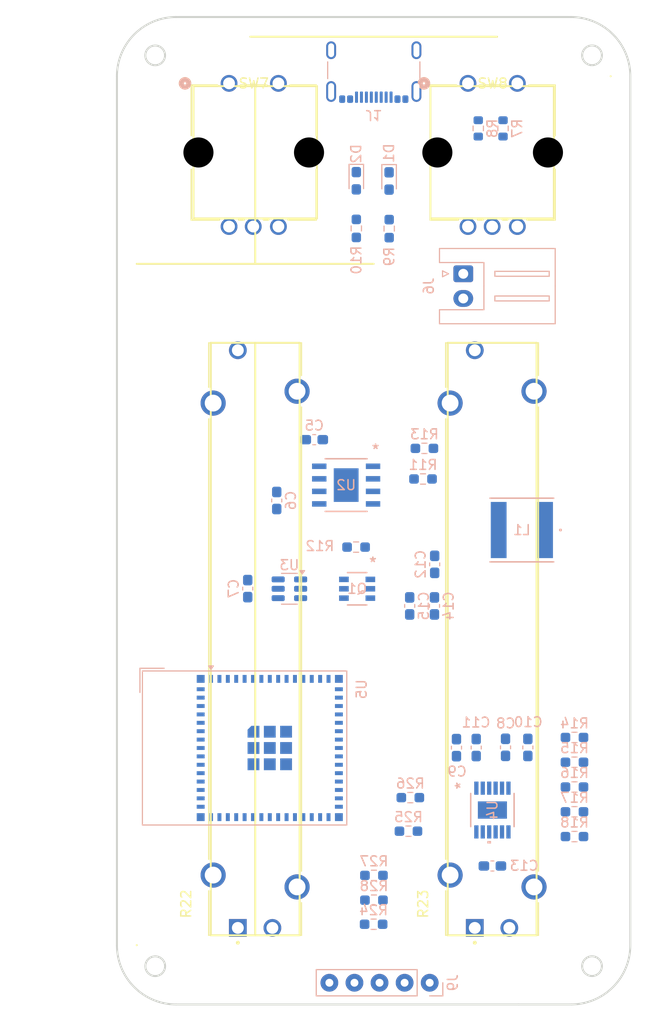
<source format=kicad_pcb>
(kicad_pcb (version 20240108) (generator "pcbnew") (generator_version "8.0")
  (layers (0 "F.Cu" signal) (1 "In1.Cu" signal) (2 "In2.Cu" signal) (31 "B.Cu" signal) (34 "B.Paste" user) (35 "F.Paste" user) (36 "B.SilkS" user "B.Silkscreen") (37 "F.SilkS" user "F.Silkscreen") (38 "B.Mask" user) (39 "F.Mask" user) (44 "Edge.Cuts" user))
  (net 0 "")
  (net 15 "/BOOT")
  (net 16 "GND")
  (net 17 "/ESP32_EN")
  (net 18 "VBUS")
  (net 19 "BAT+")
  (net 20 "Net-(C9-Pad1)")
  (net 21 "Net-(U4-FB)")
  (net 22 "Net-(C10-Pad1)")
  (net 23 "Net-(D1-A)")
  (net 24 "Net-(D1-K)")
  (net 25 "Net-(D2-A)")
  (net 26 "Net-(D2-K)")
  (net 27 "USB_P")
  (net 28 "USB_N")
  (net 29 "Net-(J1-CC2)")
  (net 32 "Net-(J1-CC1)")
  (net 38 "Net-(U5-IO18)")
  (net 39 "Net-(U5-IO17)")
  (net 40 "Net-(U5-IO35)")
  (net 41 "Net-(U5-IO36)")
  (net 42 "R1B")
  (net 43 "R1A")
  (net 44 "R2A")
  (net 45 "R2B")
  (net 46 "R3A")
  (net 47 "R3B")
  (net 48 "R4A")
  (net 49 "R4B")
  (net 51 "Net-(U5-IO6)")
  (net 55 "TX")
  (net 59 "RX")
  (net 61 "AS56_OUT")
  (net 62 "Net-(U4-SW1)")
  (net 63 "Net-(U4-SW2)")
  (net 64 "Net-(Q1-S2)")
  (net 65 "Net-(Q1-G2)")
  (net 66 "Net-(Q1-G1)")
  (net 70 "Net-(U5-IO5)")
  (net 72 "Net-(U2-PROG)")
  (net 73 "Net-(U3-CS)")
  (net 74 "Net-(U4-RT)")
  (net 75 "Net-(U4-VC)")
  (net 81 "Net-(U5-IO3)")
  (net 82 "Net-(U5-IO4)")
  (net 83 "+3V3")
  (footprint "45mm_Slide_PTA:TRIM_PTA4543-2015CPB102" (layer "F.Cu") (at 139.61476 108.123455 90)
    (property "Reference" "R22" (at -26.825 -6.985 90) (layer "F.SilkS"))
    (property "Value" "PTA4543-2015CPB102")
    (pad "1" thru_hole rect (at -29.25 -1.75 90) (size 1.8 1.8) (drill 1.2) (layers "*.Cu" "*.Mask"))
    (pad "2" thru_hole circle (at -29.25 1.75 90) (size 1.8 1.8) (drill 1.2) (layers "*.Cu" "*.Mask"))
    (pad "3" thru_hole circle (at 29.25 -1.75 90) (size 1.8 1.8) (drill 1.2) (layers "*.Cu" "*.Mask"))
    (pad "SH1" thru_hole circle (at -23.9 -4.25 90) (size 2.55 2.55) (drill 1.7) (layers "*.Cu" "*.Mask"))
    (pad "SH2" thru_hole circle (at -25.1 4.25 90) (size 2.55 2.55) (drill 1.7) (layers "*.Cu" "*.Mask"))
    (pad "SH3" thru_hole circle (at 23.9 -4.25 90) (size 2.55 2.55) (drill 1.7) (layers "*.Cu" "*.Mask"))
    (pad "SH4" thru_hole circle (at 25.1 4.25 90) (size 2.55 2.55) (drill 1.7) (layers "*.Cu" "*.Mask"))
  )
  (footprint "Test_Encoder:PEC12R-4x15F-Sxxxx_BRN" (layer "F.Cu") (at 136.974991 51.842906)
    (property "Reference" "SW7" (at 2.5 0 0) (layer "F.SilkS"))
    (property "Value" "RotaryEncoder")
    (pad "" np_thru_hole circle (at -3.099938 6.999999) (size 3.048 3.048) (drill 3.048) (layers))
    (pad "" np_thru_hole circle (at 8.099938 6.999999) (size 3.048 3.048) (drill 3.048) (layers))
    (pad "1" thru_hole circle (at 0 0) (size 1.7018 1.7018) (drill 1.1938) (layers "*.Cu" "*.Mask"))
    (pad "2" thru_hole circle (at 5 0) (size 1.7018 1.7018) (drill 1.1938) (layers "*.Cu" "*.Mask"))
    (pad "A" thru_hole circle (at 0 14.499999) (size 1.7018 1.7018) (drill 1.1938) (layers "*.Cu" "*.Mask") (net 46 "R3A"))
    (pad "B" thru_hole circle (at 5 14.499999) (size 1.7018 1.7018) (drill 1.1938) (layers "*.Cu" "*.Mask") (net 47 "R3B"))
    (pad "C" thru_hole circle (at 2.45 14.5) (size 1.7018 1.7018) (drill 1.1938) (layers "*.Cu" "*.Mask") (net 16 "GND"))
  )
  (footprint "Test_Encoder:PEC12R-4x15F-Sxxxx_BRN" (layer "F.Cu") (at 161.174991 51.842906)
    (property "Reference" "SW8" (at 2.5 0 0) (layer "F.SilkS"))
    (property "Value" "RotaryEncoder")
    (pad "" np_thru_hole circle (at -3.099938 6.999999) (size 3.048 3.048) (drill 3.048) (layers))
    (pad "" np_thru_hole circle (at 8.099938 6.999999) (size 3.048 3.048) (drill 3.048) (layers))
    (pad "1" thru_hole circle (at 0 0) (size 1.7018 1.7018) (drill 1.1938) (layers "*.Cu" "*.Mask"))
    (pad "2" thru_hole circle (at 5 0) (size 1.7018 1.7018) (drill 1.1938) (layers "*.Cu" "*.Mask"))
    (pad "A" thru_hole circle (at 0 14.499999) (size 1.7018 1.7018) (drill 1.1938) (layers "*.Cu" "*.Mask") (net 48 "R4A"))
    (pad "B" thru_hole circle (at 5 14.499999) (size 1.7018 1.7018) (drill 1.1938) (layers "*.Cu" "*.Mask") (net 49 "R4B"))
    (pad "C" thru_hole circle (at 2.45 14.5) (size 1.7018 1.7018) (drill 1.1938) (layers "*.Cu" "*.Mask") (net 16 "GND"))
  )
  (footprint "45mm_Slide_PTA:TRIM_PTA4543-2015CPB102" (layer "F.Cu") (at 163.61476 108.123455 90)
    (property "Reference" "R23" (at -26.825 -6.985 90) (layer "F.SilkS"))
    (property "Value" "PTA4543-2015CPB102")
    (pad "1" thru_hole rect (at -29.25 -1.75 90) (size 1.8 1.8) (drill 1.2) (layers "*.Cu" "*.Mask"))
    (pad "2" thru_hole circle (at -29.25 1.75 90) (size 1.8 1.8) (drill 1.2) (layers "*.Cu" "*.Mask"))
    (pad "3" thru_hole circle (at 29.25 -1.75 90) (size 1.8 1.8) (drill 1.2) (layers "*.Cu" "*.Mask"))
    (pad "SH1" thru_hole circle (at -23.9 -4.25 90) (size 2.55 2.55) (drill 1.7) (layers "*.Cu" "*.Mask"))
    (pad "SH2" thru_hole circle (at -25.1 4.25 90) (size 2.55 2.55) (drill 1.7) (layers "*.Cu" "*.Mask"))
    (pad "SH3" thru_hole circle (at 23.9 -4.25 90) (size 2.55 2.55) (drill 1.7) (layers "*.Cu" "*.Mask"))
    (pad "SH4" thru_hole circle (at 25.1 4.25 90) (size 2.55 2.55) (drill 1.7) (layers "*.Cu" "*.Mask"))
  )
  (footprint "Resistor_SMD:R_0603_1608Metric_Pad0.98x0.95mm_HandSolder" (layer "B.Cu") (at 171.96226 120.593455 180)
    (property "Reference" "R15" (at 0 1.43 0) (layer "B.SilkS") (effects (justify mirror)))
    (property "Value" "49K9")
    (pad "1" smd roundrect (at -0.9125 0 180) (size 0.975 0.95) (layers "B.Cu" "B.Paste" "B.Mask") (net 75 "Net-(U4-VC)"))
    (pad "2" smd roundrect (at 0.9125 0 180) (size 0.975 0.95) (layers "B.Cu" "B.Paste" "B.Mask") (net 22 "Net-(C10-Pad1)"))
  )
  (footprint "Resistor_SMD:R_0603_1608Metric_Pad0.98x0.95mm_HandSolder" (layer "B.Cu") (at 155.33726 124.178455 180)
    (property "Reference" "R26" (at 0 1.43 0) (layer "B.SilkS") (effects (justify mirror)))
    (property "Value" "10k")
    (pad "1" smd roundrect (at -0.9125 0 180) (size 0.975 0.95) (layers "B.Cu" "B.Paste" "B.Mask") (net 83 "+3V3"))
    (pad "2" smd roundrect (at 0.9125 0 180) (size 0.975 0.95) (layers "B.Cu" "B.Paste" "B.Mask") (net 39 "Net-(U5-IO17)"))
  )
  (footprint "Capacitor_SMD:C_0603_1608Metric_Pad1.08x0.95mm_HandSolder" (layer "B.Cu") (at 164.97916 119.087305 90)
    (property "Reference" "C8" (at 2.43 0.02 180) (layer "B.SilkS") (effects (justify mirror)))
    (property "Value" "10uF")
    (pad "1" smd roundrect (at -0.862501 0 90) (size 1.075 0.95) (layers "B.Cu" "B.Paste" "B.Mask") (net 19 "BAT+"))
    (pad "2" smd roundrect (at 0.862501 0 90) (size 1.075 0.95) (layers "B.Cu" "B.Paste" "B.Mask") (net 16 "GND"))
  )
  (footprint "Capacitor_SMD:C_0603_1608Metric_Pad1.08x0.95mm_HandSolder" (layer "B.Cu") (at 157.80256 100.555955 -90)
    (property "Reference" "C12" (at 0 1.43 90) (layer "B.SilkS") (effects (justify mirror)))
    (property "Value" ".1uF")
    (pad "1" smd roundrect (at -0.862501 0 270) (size 1.075 0.95) (layers "B.Cu" "B.Paste" "B.Mask") (net 15 "/BOOT"))
    (pad "2" smd roundrect (at 0.862501 0 270) (size 1.075 0.95) (layers "B.Cu" "B.Paste" "B.Mask") (net 16 "GND"))
  )
  (footprint "Resistor_SMD:R_0603_1608Metric_Pad0.98x0.95mm_HandSolder" (layer "B.Cu") (at 149.86476 66.533455 90)
    (property "Reference" "R10" (at -3.21 0 90) (layer "B.SilkS") (effects (justify mirror)))
    (property "Value" "1K")
    (pad "1" smd roundrect (at -0.9125 0 90) (size 0.975 0.95) (layers "B.Cu" "B.Paste" "B.Mask") (net 18 "VBUS"))
    (pad "2" smd roundrect (at 0.9125 0 90) (size 0.975 0.95) (layers "B.Cu" "B.Paste" "B.Mask") (net 25 "Net-(D2-A)"))
  )
  (footprint "Resistor_SMD:R_0603_1608Metric_Pad0.98x0.95mm_HandSolder" (layer "B.Cu") (at 171.96226 125.613455 180)
    (property "Reference" "R17" (at 0 1.43 0) (layer "B.SilkS") (effects (justify mirror)))
    (property "Value" "221K")
    (pad "1" smd roundrect (at -0.9125 0 180) (size 0.975 0.95) (layers "B.Cu" "B.Paste" "B.Mask") (net 16 "GND"))
    (pad "2" smd roundrect (at 0.9125 0 180) (size 0.975 0.95) (layers "B.Cu" "B.Paste" "B.Mask") (net 21 "Net-(U4-FB)"))
  )
  (footprint "Capacitor_SMD:C_0603_1608Metric_Pad1.08x0.95mm_HandSolder" (layer "B.Cu") (at 167.23916 119.097305 -90)
    (property "Reference" "C10" (at -2.57 -0.04 0) (layer "B.SilkS") (effects (justify mirror)))
    (property "Value" "220pF")
    (pad "1" smd roundrect (at -0.862501 0 270) (size 1.075 0.95) (layers "B.Cu" "B.Paste" "B.Mask") (net 22 "Net-(C10-Pad1)"))
    (pad "2" smd roundrect (at 0.862501 0 270) (size 1.075 0.95) (layers "B.Cu" "B.Paste" "B.Mask") (net 21 "Net-(U4-FB)"))
  )
  (footprint "LED_SMD:LED_0603_1608Metric_Pad1.05x0.95mm_HandSolder" (layer "B.Cu") (at 153.18476 61.728454 -90)
    (property "Reference" "D1" (at -2.814999 0.01 90) (layer "B.SilkS") (effects (justify mirror)))
    (property "Value" "LED_Small")
    (pad "1" smd roundrect (at -0.874999 0 270) (size 1.05 0.95) (layers "B.Cu" "B.Paste" "B.Mask") (net 24 "Net-(D1-K)"))
    (pad "2" smd roundrect (at 0.874999 0 270) (size 1.05 0.95) (layers "B.Cu" "B.Paste" "B.Mask") (net 23 "Net-(D1-A)"))
  )
  (footprint "Package_TO_SOT_SMD:SOT-23-6" (layer "B.Cu") (at 143.08726 103.028454 180)
    (property "Reference" "U3" (at 0 2.4 0) (layer "B.SilkS") (effects (justify mirror)))
    (property "Value" "DW01A")
    (pad "1" smd roundrect (at -1.1375 0.949999 180) (size 1.325 0.6) (layers "B.Cu" "B.Paste" "B.Mask") (net 66 "Net-(Q1-G1)"))
    (pad "2" smd roundrect (at -1.1375 0 180) (size 1.325 0.6) (layers "B.Cu" "B.Paste" "B.Mask") (net 73 "Net-(U3-CS)"))
    (pad "3" smd roundrect (at -1.1375 -0.949999 180) (size 1.325 0.6) (layers "B.Cu" "B.Paste" "B.Mask") (net 65 "Net-(Q1-G2)"))
    (pad "4" smd roundrect (at 1.1375 -0.949999 180) (size 1.325 0.6) (layers "B.Cu" "B.Paste" "B.Mask"))
    (pad "5" smd roundrect (at 1.1375 0 180) (size 1.325 0.6) (layers "B.Cu" "B.Paste" "B.Mask") (net 18 "VBUS"))
    (pad "6" smd roundrect (at 1.1375 0.949999 180) (size 1.325 0.6) (layers "B.Cu" "B.Paste" "B.Mask") (net 16 "GND"))
  )
  (footprint "Resistor_SMD:R_0603_1608Metric_Pad0.98x0.95mm_HandSolder" (layer "B.Cu") (at 151.64976 132.053455 180)
    (property "Reference" "R27" (at 0 1.43 0) (layer "B.SilkS") (effects (justify mirror)))
    (property "Value" "10k")
    (pad "1" smd roundrect (at -0.9125 0 180) (size 0.975 0.95) (layers "B.Cu" "B.Paste" "B.Mask") (net 83 "+3V3"))
    (pad "2" smd roundrect (at 0.9125 0 180) (size 0.975 0.95) (layers "B.Cu" "B.Paste" "B.Mask") (net 40 "Net-(U5-IO35)"))
  )
  (footprint "Resistor_SMD:R_0603_1608Metric_Pad0.98x0.95mm_HandSolder" (layer "B.Cu") (at 149.84256 98.808456)
    (property "Reference" "R12" (at -3.67 -0.11 0) (layer "B.SilkS") (effects (justify mirror)))
    (property "Value" "100k")
    (pad "1" smd roundrect (at -0.9125 0) (size 0.975 0.95) (layers "B.Cu" "B.Paste" "B.Mask") (net 73 "Net-(U3-CS)"))
    (pad "2" smd roundrect (at 0.9125 0) (size 0.975 0.95) (layers "B.Cu" "B.Paste" "B.Mask") (net 64 "Net-(Q1-S2)"))
  )
  (footprint "Capacitor_SMD:C_0603_1608Metric_Pad1.08x0.95mm_HandSolder" (layer "B.Cu") (at 138.86756 103.010957 -90)
    (property "Reference" "C7" (at 0 1.43 90) (layer "B.SilkS") (effects (justify mirror)))
    (property "Value" ".1uF")
    (pad "1" smd roundrect (at -0.862501 0 270) (size 1.075 0.95) (layers "B.Cu" "B.Paste" "B.Mask") (net 16 "GND"))
    (pad "2" smd roundrect (at 0.862501 0 270) (size 1.075 0.95) (layers "B.Cu" "B.Paste" "B.Mask") (net 18 "VBUS"))
  )
  (footprint "Resistor_SMD:R_0603_1608Metric_Pad0.98x0.95mm_HandSolder" (layer "B.Cu") (at 151.64976 134.563455 180)
    (property "Reference" "R28" (at 0 1.43 0) (layer "B.SilkS") (effects (justify mirror)))
    (property "Value" "10k")
    (pad "1" smd roundrect (at -0.9125 0 180) (size 0.975 0.95) (layers "B.Cu" "B.Paste" "B.Mask") (net 83 "+3V3"))
    (pad "2" smd roundrect (at 0.9125 0 180) (size 0.975 0.95) (layers "B.Cu" "B.Paste" "B.Mask") (net 41 "Net-(U5-IO36)"))
  )
  (footprint "Capacitor_SMD:C_0603_1608Metric_Pad1.08x0.95mm_HandSolder" (layer "B.Cu") (at 155.27256 104.765955 90)
    (property "Reference" "C15" (at 0 1.43 90) (layer "B.SilkS") (effects (justify mirror)))
    (property "Value" "10uF")
    (pad "1" smd roundrect (at -0.862501 0 90) (size 1.075 0.95) (layers "B.Cu" "B.Paste" "B.Mask") (net 83 "+3V3"))
    (pad "2" smd roundrect (at 0.862501 0 90) (size 1.075 0.95) (layers "B.Cu" "B.Paste" "B.Mask") (net 16 "GND"))
  )
  (footprint "NR6028T4R7M:IND_TAIYO_NR6028_TAY" (layer "B.Cu") (at 166.63266 97.078455 180)
    (property "Reference" "L1" (at 0 0 0) (layer "B.SilkS") (effects (justify mirror)))
    (property "Value" "4.7uH")
    (pad "1" smd rect (at -2.349499 0 180) (size 1.6002 5.6896) (layers "B.Cu" "B.Paste" "B.Mask") (net 62 "Net-(U4-SW1)"))
    (pad "2" smd rect (at 2.349499 0 180) (size 1.6002 5.6896) (layers "B.Cu" "B.Paste" "B.Mask") (net 63 "Net-(U4-SW2)"))
  )
  (footprint "Capacitor_SMD:C_0603_1608Metric_Pad1.08x0.95mm_HandSolder" (layer "B.Cu") (at 141.80506 94.088456 90)
    (property "Reference" "C6" (at 0 1.43 90) (layer "B.SilkS") (effects (justify mirror)))
    (property "Value" "10uF")
    (pad "1" smd roundrect (at -0.862501 0 90) (size 1.075 0.95) (layers "B.Cu" "B.Paste" "B.Mask") (net 18 "VBUS"))
    (pad "2" smd roundrect (at 0.862501 0 90) (size 1.075 0.95) (layers "B.Cu" "B.Paste" "B.Mask") (net 16 "GND"))
  )
  (footprint "Capacitor_SMD:C_0603_1608Metric_Pad1.08x0.95mm_HandSolder" (layer "B.Cu") (at 160.00916 119.117305 -90)
    (property "Reference" "C9" (at 2.42 -0.06 180) (layer "B.SilkS") (effects (justify mirror)))
    (property "Value" "47uF")
    (pad "1" smd roundrect (at -0.862501 0 270) (size 1.075 0.95) (layers "B.Cu" "B.Paste" "B.Mask") (net 20 "Net-(C9-Pad1)"))
    (pad "2" smd roundrect (at 0.862501 0 270) (size 1.075 0.95) (layers "B.Cu" "B.Paste" "B.Mask") (net 83 "+3V3"))
  )
  (footprint "Resistor_SMD:R_0603_1608Metric_Pad0.98x0.95mm_HandSolder" (layer "B.Cu") (at 155.14726 127.578455 180)
    (property "Reference" "R25" (at 0 1.43 0) (layer "B.SilkS") (effects (justify mirror)))
    (property "Value" "10k")
    (pad "1" smd roundrect (at -0.9125 0 180) (size 0.975 0.95) (layers "B.Cu" "B.Paste" "B.Mask") (net 83 "+3V3"))
    (pad "2" smd roundrect (at 0.9125 0 180) (size 0.975 0.95) (layers "B.Cu" "B.Paste" "B.Mask") (net 38 "Net-(U5-IO18)"))
  )
  (footprint "Capacitor_SMD:C_0603_1608Metric_Pad1.08x0.95mm_HandSolder" (layer "B.Cu") (at 157.78256 104.765955 90)
    (property "Reference" "C14" (at 0 1.43 90) (layer "B.SilkS") (effects (justify mirror)))
    (property "Value" ".1uF")
    (pad "1" smd roundrect (at -0.862501 0 90) (size 1.075 0.95) (layers "B.Cu" "B.Paste" "B.Mask") (net 83 "+3V3"))
    (pad "2" smd roundrect (at 0.862501 0 90) (size 1.075 0.95) (layers "B.Cu" "B.Paste" "B.Mask") (net 16 "GND"))
  )
  (footprint "Resistor_SMD:R_0603_1608Metric" (layer "B.Cu") (at 162.21476 56.403455 90)
    (property "Reference" "R8" (at 0 1.43 90) (layer "B.SilkS") (effects (justify mirror)))
    (property "Value" "5k1")
    (pad "1" smd roundrect (at -0.825 0 90) (size 0.8 0.95) (layers "B.Cu" "B.Paste" "B.Mask") (net 16 "GND"))
    (pad "2" smd roundrect (at 0.825 0 90) (size 0.8 0.95) (layers "B.Cu" "B.Paste" "B.Mask") (net 29 "Net-(J1-CC2)"))
  )
  (footprint "Capacitor_SMD:C_0603_1608Metric_Pad1.08x0.95mm_HandSolder" (layer "B.Cu") (at 162.00916 119.107305 90)
    (property "Reference" "C11" (at 2.54 -0.02 180) (layer "B.SilkS") (effects (justify mirror)))
    (property "Value" "22pF")
    (pad "1" smd roundrect (at -0.862501 0 90) (size 1.075 0.95) (layers "B.Cu" "B.Paste" "B.Mask") (net 83 "+3V3"))
    (pad "2" smd roundrect (at 0.862501 0 90) (size 1.075 0.95) (layers "B.Cu" "B.Paste" "B.Mask") (net 16 "GND"))
  )
  (footprint "RF_Module:ESP32-S2-MINI-1" (layer "B.Cu") (at 138.54976 119.153455 -90)
    (property "Reference" "U5" (at -5.95 -11.85 90) (layer "B.SilkS") (effects (justify mirror)))
    (property "Value" "ESP32-S3-MINI-1")
    (pad "1" smd rect (at -7 3.400001 270) (size 0.8 0.4) (layers "B.Cu" "B.Paste" "B.Mask") (net 16 "GND"))
    (pad "2" smd rect (at -7 2.55 270) (size 0.8 0.4) (layers "B.Cu" "B.Paste" "B.Mask") (net 16 "GND"))
    (pad "3" smd rect (at -7 1.7 270) (size 0.8 0.4) (layers "B.Cu" "B.Paste" "B.Mask") (net 83 "+3V3"))
    (pad "4" smd rect (at -7 0.85 270) (size 0.8 0.4) (layers "B.Cu" "B.Paste" "B.Mask") (net 15 "/BOOT"))
    (pad "5" smd rect (at -6.999999 0 270) (size 0.8 0.4) (layers "B.Cu" "B.Paste" "B.Mask"))
    (pad "6" smd rect (at -7 -0.85 270) (size 0.8 0.4) (layers "B.Cu" "B.Paste" "B.Mask"))
    (pad "7" smd rect (at -7 -1.7 270) (size 0.8 0.4) (layers "B.Cu" "B.Paste" "B.Mask") (net 81 "Net-(U5-IO3)"))
    (pad "8" smd rect (at -7 -2.55 270) (size 0.8 0.4) (layers "B.Cu" "B.Paste" "B.Mask") (net 82 "Net-(U5-IO4)"))
    (pad "9" smd rect (at -7 -3.400001 270) (size 0.8 0.4) (layers "B.Cu" "B.Paste" "B.Mask") (net 70 "Net-(U5-IO5)"))
    (pad "10" smd rect (at -7 -4.25 270) (size 0.8 0.4) (layers "B.Cu" "B.Paste" "B.Mask") (net 51 "Net-(U5-IO6)"))
    (pad "11" smd rect (at -7 -5.1 270) (size 0.8 0.4) (layers "B.Cu" "B.Paste" "B.Mask"))
    (pad "12" smd rect (at -7 -5.95 270) (size 0.8 0.4) (layers "B.Cu" "B.Paste" "B.Mask"))
    (pad "13" smd rect (at -7 -6.800001 270) (size 0.8 0.4) (layers "B.Cu" "B.Paste" "B.Mask") (net 49 "R4B"))
    (pad "14" smd rect (at -7 -7.649999 270) (size 0.8 0.4) (layers "B.Cu" "B.Paste" "B.Mask") (net 48 "R4A"))
    (pad "15" smd rect (at -7 -8.5 270) (size 0.8 0.4) (layers "B.Cu" "B.Paste" "B.Mask"))
    (pad "16" smd rect (at -5.95 -9.55 180) (size 0.8 0.4) (layers "B.Cu" "B.Paste" "B.Mask"))
    (pad "17" smd rect (at -5.1 -9.55 180) (size 0.8 0.4) (layers "B.Cu" "B.Paste" "B.Mask"))
    (pad "18" smd rect (at -4.25 -9.55 180) (size 0.8 0.4) (layers "B.Cu" "B.Paste" "B.Mask"))
    (pad "19" smd rect (at -3.4 -9.55 180) (size 0.8 0.4) (layers "B.Cu" "B.Paste" "B.Mask"))
    (pad "20" smd rect (at -2.55 -9.55 180) (size 0.8 0.4) (layers "B.Cu" "B.Paste" "B.Mask"))
    (pad "21" smd rect (at -1.7 -9.55 180) (size 0.8 0.4) (layers "B.Cu" "B.Paste" "B.Mask") (net 39 "Net-(U5-IO17)"))
    (pad "22" smd rect (at -0.85 -9.55 180) (size 0.8 0.4) (layers "B.Cu" "B.Paste" "B.Mask") (net 38 "Net-(U5-IO18)"))
    (pad "23" smd rect (at 0 -9.55 180) (size 0.8 0.4) (layers "B.Cu" "B.Paste" "B.Mask") (net 28 "USB_N"))
    (pad "24" smd rect (at 0.85 -9.55 180) (size 0.8 0.4) (layers "B.Cu" "B.Paste" "B.Mask") (net 27 "USB_P"))
    (pad "25" smd rect (at 1.7 -9.55 180) (size 0.8 0.4) (layers "B.Cu" "B.Paste" "B.Mask"))
    (pad "26" smd rect (at 2.55 -9.55 180) (size 0.8 0.4) (layers "B.Cu" "B.Paste" "B.Mask"))
    (pad "27" smd rect (at 3.4 -9.55 180) (size 0.8 0.4) (layers "B.Cu" "B.Paste" "B.Mask"))
    (pad "28" smd rect (at 4.25 -9.55 180) (size 0.8 0.4) (layers "B.Cu" "B.Paste" "B.Mask") (net 61 "AS56_OUT"))
    (pad "29" smd rect (at 5.1 -9.55 180) (size 0.8 0.4) (layers "B.Cu" "B.Paste" "B.Mask") (net 47 "R3B"))
    (pad "30" smd rect (at 5.95 -9.55 180) (size 0.8 0.4) (layers "B.Cu" "B.Paste" "B.Mask") (net 46 "R3A"))
    (pad "31" smd rect (at 7 -8.5 270) (size 0.8 0.4) (layers "B.Cu" "B.Paste" "B.Mask") (net 40 "Net-(U5-IO35)"))
    (pad "32" smd rect (at 7 -7.649999 270) (size 0.8 0.4) (layers "B.Cu" "B.Paste" "B.Mask") (net 41 "Net-(U5-IO36)"))
    (pad "33" smd rect (at 7 -6.800001 270) (size 0.8 0.4) (layers "B.Cu" "B.Paste" "B.Mask"))
    (pad "34" smd rect (at 7 -5.95 270) (size 0.8 0.4) (layers "B.Cu" "B.Paste" "B.Mask") (net 44 "R2A"))
    (pad "35" smd rect (at 7 -5.1 270) (size 0.8 0.4) (layers "B.Cu" "B.Paste" "B.Mask") (net 45 "R2B"))
    (pad "36" smd rect (at 7 -4.25 270) (size 0.8 0.4) (layers "B.Cu" "B.Paste" "B.Mask") (net 42 "R1B"))
    (pad "37" smd rect (at 7 -3.400001 270) (size 0.8 0.4) (layers "B.Cu" "B.Paste" "B.Mask") (net 43 "R1A"))
    (pad "38" smd rect (at 7 -2.55 270) (size 0.8 0.4) (layers "B.Cu" "B.Paste" "B.Mask"))
    (pad "39" smd rect (at 7 -1.7 270) (size 0.8 0.4) (layers "B.Cu" "B.Paste" "B.Mask") (net 55 "TX"))
    (pad "40" smd rect (at 7 -0.85 270) (size 0.8 0.4) (layers "B.Cu" "B.Paste" "B.Mask") (net 59 "RX"))
    (pad "41" smd rect (at 6.999999 0 270) (size 0.8 0.4) (layers "B.Cu" "B.Paste" "B.Mask"))
    (pad "42" smd rect (at 7 0.85 270) (size 0.8 0.4) (layers "B.Cu" "B.Paste" "B.Mask") (net 16 "GND"))
    (pad "43" smd rect (at 7 1.7 270) (size 0.8 0.4) (layers "B.Cu" "B.Paste" "B.Mask") (net 16 "GND"))
    (pad "44" smd rect (at 7 2.55 270) (size 0.8 0.4) (layers "B.Cu" "B.Paste" "B.Mask"))
    (pad "45" smd rect (at 7 3.400001 270) (size 0.8 0.4) (layers "B.Cu" "B.Paste" "B.Mask") (net 17 "/ESP32_EN"))
    (pad "46" smd rect (at 5.95 4.45 180) (size 0.8 0.4) (layers "B.Cu" "B.Paste" "B.Mask") (net 16 "GND"))
    (pad "47" smd rect (at 5.1 4.45 180) (size 0.8 0.4) (layers "B.Cu" "B.Paste" "B.Mask") (net 16 "GND"))
    (pad "48" smd rect (at 4.25 4.45 180) (size 0.8 0.4) (layers "B.Cu" "B.Paste" "B.Mask") (net 16 "GND"))
    (pad "49" smd rect (at 3.4 4.45 180) (size 0.8 0.4) (layers "B.Cu" "B.Paste" "B.Mask") (net 16 "GND"))
    (pad "50" smd rect (at 2.55 4.45 180) (size 0.8 0.4) (layers "B.Cu" "B.Paste" "B.Mask") (net 16 "GND"))
    (pad "51" smd rect (at 1.7 4.45 180) (size 0.8 0.4) (layers "B.Cu" "B.Paste" "B.Mask") (net 16 "GND"))
    (pad "52" smd rect (at 0.85 4.45 180) (size 0.8 0.4) (layers "B.Cu" "B.Paste" "B.Mask") (net 16 "GND"))
    (pad "53" smd rect (at 0 4.45 180) (size 0.8 0.4) (layers "B.Cu" "B.Paste" "B.Mask") (net 16 "GND"))
    (pad "54" smd rect (at -0.85 4.45 180) (size 0.8 0.4) (layers "B.Cu" "B.Paste" "B.Mask") (net 16 "GND"))
    (pad "55" smd rect (at -1.7 4.45 180) (size 0.8 0.4) (layers "B.Cu" "B.Paste" "B.Mask") (net 16 "GND"))
    (pad "56" smd rect (at -2.55 4.45 180) (size 0.8 0.4) (layers "B.Cu" "B.Paste" "B.Mask") (net 16 "GND"))
    (pad "57" smd rect (at -3.4 4.45 180) (size 0.8 0.4) (layers "B.Cu" "B.Paste" "B.Mask") (net 16 "GND"))
    (pad "58" smd rect (at -4.25 4.45 180) (size 0.8 0.4) (layers "B.Cu" "B.Paste" "B.Mask") (net 16 "GND"))
    (pad "59" smd rect (at -5.1 4.45 180) (size 0.8 0.4) (layers "B.Cu" "B.Paste" "B.Mask") (net 16 "GND"))
    (pad "60" smd rect (at -5.95 4.45 180) (size 0.8 0.4) (layers "B.Cu" "B.Paste" "B.Mask") (net 16 "GND"))
    (pad "61" smd rect (at -1.65 -4.2 270) (size 1.2 1.2) (layers "B.Cu" "B.Paste" "B.Mask") (net 16 "GND"))
    (pad "61" smd rect (at -1.65 -2.55 270) (size 1.2 1.2) (layers "B.Cu" "B.Paste" "B.Mask") (net 16 "GND"))
    (pad "61" smd roundrect (at -1.65 -0.9 270) (size 1.2 1.2) (layers "B.Cu" "B.Paste" "B.Mask") (roundrect_rratio 0) (chamfer_ratio 0.33) (chamfer bottom_left) (net 16 "GND"))
    (pad "61" smd rect (at 0 -4.199999 270) (size 1.2 1.2) (layers "B.Cu" "B.Paste" "B.Mask") (net 16 "GND"))
    (pad "61" smd rect (at 0 -2.55 270) (size 1.2 1.2) (layers "B.Cu" "B.Paste" "B.Mask") (net 16 "GND"))
    (pad "61" smd rect (at 0 -0.9 270) (size 1.2 1.2) (layers "B.Cu" "B.Paste" "B.Mask") (net 16 "GND"))
    (pad "61" smd rect (at 1.65 -4.2 270) (size 1.2 1.2) (layers "B.Cu" "B.Paste" "B.Mask") (net 16 "GND"))
    (pad "61" smd rect (at 1.65 -2.55 270) (size 1.2 1.2) (layers "B.Cu" "B.Paste" "B.Mask") (net 16 "GND"))
    (pad "61" smd rect (at 1.65 -0.9 270) (size 1.2 1.2) (layers "B.Cu" "B.Paste" "B.Mask") (net 16 "GND"))
    (pad "62" smd rect (at -7 4.45 270) (size 0.8 0.8) (layers "B.Cu" "B.Paste" "B.Mask") (net 16 "GND"))
    (pad "63" smd rect (at -7 -9.55 270) (size 0.8 0.8) (layers "B.Cu" "B.Paste" "B.Mask") (net 16 "GND"))
    (pad "64" smd rect (at 7 -9.55 270) (size 0.8 0.8) (layers "B.Cu" "B.Paste" "B.Mask") (net 16 "GND"))
    (pad "65" smd rect (at 7 4.45 270) (size 0.8 0.8) (layers "B.Cu" "B.Paste" "B.Mask") (net 16 "GND"))
  )
  (footprint "LTC3536EMSE_PBF:MSOP-12_MSE_LIT" (layer "B.Cu") (at 163.64916 125.437305 -90)
    (property "Reference" "U4" (at 0 0 90) (layer "B.SilkS") (effects (justify mirror)))
    (property "Value" "LTC3536EMSE-PBF")
    (fp_text user "*" (at -2.47015 3.2004 90) (layer "B.SilkS") (effects (justify mirror)))
    (fp_text user "*" (at -2.47015 3.2004 90) (layer "B.SilkS") (effects (justify mirror)))
    (pad "1" smd rect (at -2.21615 1.6256 270) (size 1.3335 0.4318) (layers "B.Cu" "B.Paste" "B.Mask") (net 74 "Net-(U4-RT)"))
    (pad "2" smd rect (at -2.21615 0.97536 270) (size 1.3335 0.4318) (layers "B.Cu" "B.Paste" "B.Mask") (net 16 "GND"))
    (pad "3" smd rect (at -2.21615 0.32512 270) (size 1.3335 0.4318) (layers "B.Cu" "B.Paste" "B.Mask") (net 19 "BAT+"))
    (pad "4" smd rect (at -2.21615 -0.32512 270) (size 1.3335 0.4318) (layers "B.Cu" "B.Paste" "B.Mask") (net 62 "Net-(U4-SW1)"))
    (pad "5" smd rect (at -2.21615 -0.97536 270) (size 1.3335 0.4318) (layers "B.Cu" "B.Paste" "B.Mask") (net 16 "GND"))
    (pad "6" smd rect (at -2.21615 -1.6256 270) (size 1.3335 0.4318) (layers "B.Cu" "B.Paste" "B.Mask") (net 63 "Net-(U4-SW2)"))
    (pad "7" smd rect (at 2.21615 -1.6256 270) (size 1.3335 0.4318) (layers "B.Cu" "B.Paste" "B.Mask") (net 83 "+3V3"))
    (pad "8" smd rect (at 2.21615 -0.97536 270) (size 1.3335 0.4318) (layers "B.Cu" "B.Paste" "B.Mask") (net 19 "BAT+"))
    (pad "9" smd rect (at 2.21615 -0.32512 270) (size 1.3335 0.4318) (layers "B.Cu" "B.Paste" "B.Mask") (net 19 "BAT+"))
    (pad "10" smd rect (at 2.21615 0.32512 270) (size 1.3335 0.4318) (layers "B.Cu" "B.Paste" "B.Mask") (net 19 "BAT+"))
    (pad "11" smd rect (at 2.21615 0.97536 270) (size 1.3335 0.4318) (layers "B.Cu" "B.Paste" "B.Mask") (net 21 "Net-(U4-FB)"))
    (pad "12" smd rect (at 2.21615 1.6256 270) (size 1.3335 0.4318) (layers "B.Cu" "B.Paste" "B.Mask") (net 75 "Net-(U4-VC)"))
    (pad "13" smd rect (at 0 0 270) (size 1.7526 2.9464) (layers "B.Cu" "B.Mask") (net 16 "GND"))
  )
  (footprint "Resistor_SMD:R_0603_1608Metric_Pad0.98x0.95mm_HandSolder" (layer "B.Cu") (at 156.62256 91.908456 180)
    (property "Reference" "R11" (at 0 1.43 0) (layer "B.SilkS") (effects (justify mirror)))
    (property "Value" "1K3")
    (pad "1" smd roundrect (at -0.9125 0 180) (size 0.975 0.95) (layers "B.Cu" "B.Paste" "B.Mask") (net 16 "GND"))
    (pad "2" smd roundrect (at 0.9125 0 180) (size 0.975 0.95) (layers "B.Cu" "B.Paste" "B.Mask") (net 72 "Net-(U2-PROG)"))
  )
  (footprint "Resistor_SMD:R_0603_1608Metric_Pad0.98x0.95mm_HandSolder" (layer "B.Cu") (at 171.96226 118.083455 180)
    (property "Reference" "R14" (at 0 1.43 0) (layer "B.SilkS") (effects (justify mirror)))
    (property "Value" "332k")
    (pad "1" smd roundrect (at -0.9125 0 180) (size 0.975 0.95) (layers "B.Cu" "B.Paste" "B.Mask") (net 16 "GND"))
    (pad "2" smd roundrect (at 0.9125 0 180) (size 0.975 0.95) (layers "B.Cu" "B.Paste" "B.Mask") (net 74 "Net-(U4-RT)"))
  )
  (footprint "Resistor_SMD:R_0603_1608Metric_Pad0.98x0.95mm_HandSolder" (layer "B.Cu") (at 156.76256 88.808456 180)
    (property "Reference" "R13" (at 0 1.43 0) (layer "B.SilkS") (effects (justify mirror)))
    (property "Value" "100")
    (pad "1" smd roundrect (at -0.9125 0 180) (size 0.975 0.95) (layers "B.Cu" "B.Paste" "B.Mask") (net 19 "BAT+"))
    (pad "2" smd roundrect (at 0.9125 0 180) (size 0.975 0.95) (layers "B.Cu" "B.Paste" "B.Mask") (net 18 "VBUS"))
  )
  (footprint "Resistor_SMD:R_0603_1608Metric" (layer "B.Cu") (at 164.72476 56.403455 90)
    (property "Reference" "R7" (at 0 1.43 90) (layer "B.SilkS") (effects (justify mirror)))
    (property "Value" "5k1")
    (pad "1" smd roundrect (at -0.825 0 90) (size 0.8 0.95) (layers "B.Cu" "B.Paste" "B.Mask") (net 16 "GND"))
    (pad "2" smd roundrect (at 0.825 0 90) (size 0.8 0.95) (layers "B.Cu" "B.Paste" "B.Mask") (net 32 "Net-(J1-CC1)"))
  )
  (footprint "LED_SMD:LED_0603_1608Metric_Pad1.05x0.95mm_HandSolder" (layer "B.Cu") (at 149.86476 61.705955 -90)
    (property "Reference" "D2" (at -2.73 0.020001 90) (layer "B.SilkS") (effects (justify mirror)))
    (property "Value" "LED_Small")
    (pad "1" smd roundrect (at -0.874999 0 270) (size 1.05 0.95) (layers "B.Cu" "B.Paste" "B.Mask") (net 26 "Net-(D2-K)"))
    (pad "2" smd roundrect (at 0.874999 0 270) (size 1.05 0.95) (layers "B.Cu" "B.Paste" "B.Mask") (net 25 "Net-(D2-A)"))
  )
  (footprint "Connector_USB:USB_C_Receptacle_GCT_USB4105-xx-A_16P_TopMnt_Horizontal" (layer "B.Cu") (at 151.63476 49.563455)
    (property "Reference" "J1" (at 0 5.5 180) (layer "B.SilkS") (effects (justify mirror)))
    (property "Value" "USB_C_Receptacle_USB2.0_16P")
    (pad "" np_thru_hole circle (at -2.89 2.605) (size 0.65 0.65) (drill 0.65) (layers "F&B.Cu" "*.Mask"))
    (pad "" np_thru_hole circle (at 2.89 2.605) (size 0.65 0.65) (drill 0.65) (layers "F&B.Cu" "*.Mask"))
    (pad "A1" smd roundrect (at -3.2 3.8775) (size 0.6 0.755) (layers "B.Cu" "B.Paste" "B.Mask") (net 16 "GND"))
    (pad "A4" smd roundrect (at -2.4 3.8775) (size 0.6 0.755) (layers "B.Cu" "B.Paste" "B.Mask") (net 18 "VBUS"))
    (pad "A5" smd roundrect (at -1.25 3.679999) (size 0.3 1.15) (layers "B.Cu" "B.Paste" "B.Mask") (net 32 "Net-(J1-CC1)"))
    (pad "A6" smd roundrect (at -0.25 3.68) (size 0.3 1.15) (layers "B.Cu" "B.Paste" "B.Mask") (net 27 "USB_P"))
    (pad "A7" smd roundrect (at 0.25 3.68) (size 0.3 1.15) (layers "B.Cu" "B.Paste" "B.Mask") (net 28 "USB_N"))
    (pad "A8" smd roundrect (at 1.25 3.679999) (size 0.3 1.15) (layers "B.Cu" "B.Paste" "B.Mask"))
    (pad "A9" smd roundrect (at 2.4 3.8775) (size 0.6 0.755) (layers "B.Cu" "B.Paste" "B.Mask") (net 18 "VBUS"))
    (pad "A12" smd roundrect (at 3.2 3.8775) (size 0.6 0.755) (layers "B.Cu" "B.Paste" "B.Mask") (net 16 "GND"))
    (pad "B1" smd roundrect (at 3.2 3.8775) (size 0.6 0.755) (layers "B.Cu" "B.Paste" "B.Mask") (net 16 "GND"))
    (pad "B4" smd roundrect (at 2.4 3.8775) (size 0.6 0.755) (layers "B.Cu" "B.Paste" "B.Mask") (net 18 "VBUS"))
    (pad "B5" smd roundrect (at 1.75 3.68) (size 0.3 1.15) (layers "B.Cu" "B.Paste" "B.Mask") (net 29 "Net-(J1-CC2)"))
    (pad "B6" smd roundrect (at 0.75 3.68) (size 0.3 1.15) (layers "B.Cu" "B.Paste" "B.Mask") (net 27 "USB_P"))
    (pad "B7" smd roundrect (at -0.75 3.68) (size 0.3 1.15) (layers "B.Cu" "B.Paste" "B.Mask") (net 28 "USB_N"))
    (pad "B8" smd roundrect (at -1.75 3.68) (size 0.3 1.15) (layers "B.Cu" "B.Paste" "B.Mask"))
    (pad "B9" smd roundrect (at -2.4 3.8775) (size 0.6 0.755) (layers "B.Cu" "B.Paste" "B.Mask") (net 18 "VBUS"))
    (pad "B12" smd roundrect (at -3.2 3.8775) (size 0.6 0.755) (layers "B.Cu" "B.Paste" "B.Mask") (net 16 "GND"))
    (pad "S1" thru_hole oval (at -4.32 -1.075) (size 1 1.8) (drill oval 0.6 1.4) (layers "*.Cu" "*.Mask" "B.Paste") (net 16 "GND"))
    (pad "S1" thru_hole oval (at -4.32 3.105) (size 1 2.1) (drill oval 0.6 1.7) (layers "*.Cu" "*.Mask" "B.Paste") (net 16 "GND"))
    (pad "S1" thru_hole oval (at 4.32 -1.075) (size 1 1.8) (drill oval 0.6 1.4) (layers "*.Cu" "*.Mask" "B.Paste") (net 16 "GND"))
    (pad "S1" thru_hole oval (at 4.32 3.105) (size 1 2.1) (drill oval 0.6 1.7) (layers "*.Cu" "*.Mask" "B.Paste") (net 16 "GND"))
  )
  (footprint "Connector_JST:JST_XH_S2B-XH-A_1x02_P2.50mm_Horizontal" (layer "B.Cu") (at 160.69976 71.128455 -90)
    (property "Reference" "J6" (at 1.25 3.5 90) (layer "B.SilkS") (effects (justify mirror)))
    (property "Value" "Conn_01x02_Socket")
    (pad "1" thru_hole roundrect (at 0 0 270) (size 1.7 2) (drill 1) (layers "*.Cu" "*.Mask") (roundrect_rratio 0.147059) (net 19 "BAT+"))
    (pad "2" thru_hole oval (at 2.5 0 270) (size 1.7 2) (drill 1) (layers "*.Cu" "*.Mask") (net 16 "GND"))
  )
  (footprint "Resistor_SMD:R_0603_1608Metric_Pad0.98x0.95mm_HandSolder" (layer "B.Cu") (at 153.19476 66.553455 90)
    (property "Reference" "R9" (at -2.83 0 90) (layer "B.SilkS") (effects (justify mirror)))
    (property "Value" "1K")
    (pad "1" smd roundrect (at -0.9125 0 90) (size 0.975 0.95) (layers "B.Cu" "B.Paste" "B.Mask") (net 18 "VBUS"))
    (pad "2" smd roundrect (at 0.9125 0 90) (size 0.975 0.95) (layers "B.Cu" "B.Paste" "B.Mask") (net 23 "Net-(D1-A)"))
  )
  (footprint "TP4056:ESOP8_TPW" (layer "B.Cu") (at 148.83506 92.528456 180)
    (property "Reference" "U2" (at 0 0 0) (layer "B.SilkS") (effects (justify mirror)))
    (property "Value" "TP4056")
    (fp_text user "*" (at -2.97815 3.6068 0) (layer "B.SilkS") (effects (justify mirror)))
    (fp_text user "*" (at -2.97815 3.6068 0) (layer "B.SilkS") (effects (justify mirror)))
    (pad "1" smd rect (at -2.72415 1.905 180) (size 1.4605 0.5588) (layers "B.Cu" "B.Paste" "B.Mask") (net 16 "GND"))
    (pad "2" smd rect (at -2.72415 0.635 180) (size 1.4605 0.5588) (layers "B.Cu" "B.Paste" "B.Mask") (net 72 "Net-(U2-PROG)"))
    (pad "3" smd rect (at -2.72415 -0.635 180) (size 1.4605 0.5588) (layers "B.Cu" "B.Paste" "B.Mask") (net 16 "GND"))
    (pad "4" smd rect (at -2.72415 -1.905 180) (size 1.4605 0.5588) (layers "B.Cu" "B.Paste" "B.Mask") (net 18 "VBUS"))
    (pad "5" smd rect (at 2.72415 -1.905 180) (size 1.4605 0.5588) (layers "B.Cu" "B.Paste" "B.Mask") (net 18 "VBUS"))
    (pad "6" smd rect (at 2.72415 -0.635 180) (size 1.4605 0.5588) (layers "B.Cu" "B.Paste" "B.Mask") (net 26 "Net-(D2-K)"))
    (pad "7" smd rect (at 2.72415 0.635 180) (size 1.4605 0.5588) (layers "B.Cu" "B.Paste" "B.Mask") (net 24 "Net-(D1-K)"))
    (pad "8" smd rect (at 2.72415 1.905 180) (size 1.4605 0.5588) (layers "B.Cu" "B.Paste" "B.Mask") (net 18 "VBUS"))
    (pad "9" smd rect (at 0 0 180) (size 2.5146 3.4036) (layers "B.Cu" "B.Mask") (net 16 "GND"))
  )
  (footprint "Resistor_SMD:R_0603_1608Metric_Pad0.98x0.95mm_HandSolder" (layer "B.Cu") (at 171.96226 128.123455 180)
    (property "Reference" "R18" (at 0 1.43 0) (layer "B.SilkS") (effects (justify mirror)))
    (property "Value" "1000k")
    (pad "1" smd roundrect (at -0.9125 0 180) (size 0.975 0.95) (layers "B.Cu" "B.Paste" "B.Mask") (net 83 "+3V3"))
    (pad "2" smd roundrect (at 0.9125 0 180) (size 0.975 0.95) (layers "B.Cu" "B.Paste" "B.Mask") (net 21 "Net-(U4-FB)"))
  )
  (footprint "Capacitor_SMD:C_0603_1608Metric_Pad1.08x0.95mm_HandSolder" (layer "B.Cu") (at 145.60506 87.928456 180)
    (property "Reference" "C5" (at 0 1.43 0) (layer "B.SilkS") (effects (justify mirror)))
    (property "Value" "10uF")
    (pad "1" smd roundrect (at -0.8625 0 180) (size 1.075 0.95) (layers "B.Cu" "B.Paste" "B.Mask") (net 18 "VBUS"))
    (pad "2" smd roundrect (at 0.8625 0 180) (size 1.075 0.95) (layers "B.Cu" "B.Paste" "B.Mask") (net 16 "GND"))
  )
  (footprint "Connector_PinHeader_2.54mm:PinHeader_1x05_P2.54mm_Vertical_Adafruit" (layer "B.Cu") (at 157.296696 142.927748 90)
    (property "Reference" "J9" (at 0 2.33 90) (layer "B.SilkS") (effects (justify mirror)))
    (property "Value" "Conn_01x05_Socket" (hide yes))
    (pad "1" thru_hole circle (at 0 0 90) (size 1.8 1.8) (drill 0.8) (layers "*.Cu" "*.Mask"))
    (pad "2" thru_hole circle (at 0 -2.54 90) (size 1.8 1.8) (drill 0.8) (layers "*.Cu" "*.Mask"))
    (pad "3" thru_hole circle (at 0 -5.079999 90) (size 1.8 1.8) (drill 0.8) (layers "*.Cu" "*.Mask"))
    (pad "4" thru_hole circle (at 0 -7.62 90) (size 1.8 1.8) (drill 0.8) (layers "*.Cu" "*.Mask"))
    (pad "5" thru_hole circle (at 0 -10.16 90) (size 1.8 1.8) (drill 0.8) (layers "*.Cu" "*.Mask"))
  )
  (footprint "Capacitor_SMD:C_0603_1608Metric_Pad1.08x0.95mm_HandSolder" (layer "B.Cu") (at 163.64976 131.103455)
    (property "Reference" "C13" (at 3.22 -0.03 0) (layer "B.SilkS") (effects (justify mirror)))
    (property "Value" ".1uF")
    (pad "1" smd roundrect (at -0.862501 0) (size 1.075 0.95) (layers "B.Cu" "B.Paste" "B.Mask") (net 17 "/ESP32_EN"))
    (pad "2" smd roundrect (at 0.862501 0) (size 1.075 0.95) (layers "B.Cu" "B.Paste" "B.Mask") (net 16 "GND"))
  )
  (footprint "Resistor_SMD:R_0603_1608Metric_Pad0.98x0.95mm_HandSolder" (layer "B.Cu") (at 171.96226 123.103455 180)
    (property "Reference" "R16" (at 0 1.43 0) (layer "B.SilkS") (effects (justify mirror)))
    (property "Value" "6K49")
    (pad "1" smd roundrect (at -0.9125 0 180) (size 0.975 0.95) (layers "B.Cu" "B.Paste" "B.Mask") (net 21 "Net-(U4-FB)"))
    (pad "2" smd roundrect (at 0.9125 0 180) (size 0.975 0.95) (layers "B.Cu" "B.Paste" "B.Mask") (net 20 "Net-(C9-Pad1)"))
  )
  (footprint "FS8205A:SOT-23-6L_TCP" (layer "B.Cu") (at 149.94741 103.028455 180)
    (property "Reference" "Q1" (at 0 0 0) (layer "B.SilkS") (effects (justify mirror)))
    (property "Value" "FS8205A")
    (fp_text user "*" (at -1.59385 2.6518 0) (layer "B.SilkS") (effects (justify mirror)))
    (fp_text user "*" (at -1.59385 2.6518 0) (layer "B.SilkS") (effects (justify mirror)))
    (pad "1" smd rect (at -1.33985 0.950001 180) (size 0.9779 0.5588) (layers "B.Cu" "B.Paste" "B.Mask") (net 16 "GND"))
    (pad "2" smd rect (at -1.33985 0 180) (size 0.9779 0.5588) (layers "B.Cu" "B.Paste" "B.Mask") (net 16 "GND"))
    (pad "3" smd rect (at -1.33985 -0.950001 180) (size 0.9779 0.5588) (layers "B.Cu" "B.Paste" "B.Mask") (net 64 "Net-(Q1-S2)"))
    (pad "4" smd rect (at 1.33985 -0.950001 180) (size 0.9779 0.5588) (layers "B.Cu" "B.Paste" "B.Mask") (net 65 "Net-(Q1-G2)"))
    (pad "5" smd rect (at 1.33985 0 180) (size 0.9779 0.5588) (layers "B.Cu" "B.Paste" "B.Mask") (net 16 "GND"))
    (pad "6" smd rect (at 1.33985 0.950001 180) (size 0.9779 0.5588) (layers "B.Cu" "B.Paste" "B.Mask") (net 66 "Net-(Q1-G1)"))
  )
  (footprint "Resistor_SMD:R_0603_1608Metric_Pad0.98x0.95mm_HandSolder" (layer "B.Cu") (at 151.61726 137.003455 180)
    (property "Reference" "R24" (at 0 1.43 0) (layer "B.SilkS") (effects (justify mirror)))
    (property "Value" "10K")
    (pad "1" smd roundrect (at -0.9125 0 180) (size 0.975 0.95) (layers "B.Cu" "B.Paste" "B.Mask") (net 83 "+3V3"))
    (pad "2" smd roundrect (at 0.9125 0 180) (size 0.975 0.95) (layers "B.Cu" "B.Paste" "B.Mask") (net 17 "/ESP32_EN"))
  )
  (gr_line (start 133.374999 52.122356) (end 133.374999 65.522356) (stroke (width 0.2)) (layer "F.SilkS"))
  (gr_line (start 151.625 70.122357) (end 127.624997 70.122357) (stroke (width 0.2)) (layer "F.SilkS"))
  (gr_line (start 175.624998 51.122356) (end 175.624997 51.122356) (stroke (width 0.2)) (layer "F.SilkS"))
  (gr_line (start 144.124999 138.122356) (end 135.124999 138.122356) (stroke (width 0.2)) (layer "F.SilkS"))
  (gr_line (start 145.874999 65.522356) (end 145.874999 52.122356) (stroke (width 0.2)) (layer "F.SilkS"))
  (gr_line (start 139.624999 52.122356) (end 139.624999 65.522356) (stroke (width 0.2)) (layer "F.SilkS"))
  (gr_line (start 135.124999 138.122356) (end 135.124999 78.122356) (stroke (width 0.2)) (layer "F.SilkS"))
  (gr_line (start 168.124995 138.122356) (end 168.124995 78.122356) (stroke (width 0.2)) (layer "F.SilkS"))
  (gr_line (start 139.124998 47.122356) (end 164.124998 47.122356) (stroke (width 0.2)) (layer "F.SilkS"))
  (gr_line (start 168.124995 78.122356) (end 159.124995 78.122356) (stroke (width 0.2)) (layer "F.SilkS"))
  (gr_line (start 127.624998 139.122356) (end 127.624997 139.122356) (stroke (width 0.2)) (layer "F.SilkS"))
  (gr_line (start 133.374999 65.522356) (end 145.874999 65.522356) (stroke (width 0.2)) (layer "F.SilkS"))
  (gr_circle (center 127.624997 143.122356) (end 127.634997 143.122356) (stroke (width 0.0001)) (fill solid) (layer "F.SilkS"))
  (gr_line (start 169.874995 52.122356) (end 169.874995 65.522356) (stroke (width 0.2)) (layer "F.SilkS"))
  (gr_line (start 157.374995 65.522356) (end 157.374995 52.122356) (stroke (width 0.2)) (layer "F.SilkS"))
  (gr_circle (center 127.624997 95.12292) (end 127.634997 95.12292) (stroke (width 0.0001)) (fill solid) (layer "F.SilkS"))
  (gr_circle (center 127.624997 47.122356) (end 127.634997 47.122356) (stroke (width 0.0001)) (fill solid) (layer "F.SilkS"))
  (gr_line (start 159.124995 138.122356) (end 168.124995 138.122356) (stroke (width 0.2)) (layer "F.SilkS"))
  (gr_line (start 144.124999 78.122356) (end 144.124999 138.122356) (stroke (width 0.2)) (layer "F.SilkS"))
  (gr_line (start 139.624999 78.122356) (end 139.624999 138.122356) (stroke (width 0.2)) (layer "F.SilkS"))
  (gr_line (start 139.624999 70.122357) (end 139.624999 65.522356) (stroke (width 0.2)) (layer "F.SilkS"))
  (gr_line (start 135.124999 78.122356) (end 144.124999 78.122356) (stroke (width 0.2)) (layer "F.SilkS"))
  (gr_line (start 145.874999 52.122356) (end 133.374999 52.122356) (stroke (width 0.2)) (layer "F.SilkS"))
  (gr_line (start 169.874995 65.522356) (end 157.374995 65.522356) (stroke (width 0.2)) (layer "F.SilkS"))
  (gr_circle (center 175.624997 47.122356) (end 175.634997 47.122356) (stroke (width 0.0001)) (fill solid) (layer "F.SilkS"))
  (gr_line (start 159.124995 78.122356) (end 159.124995 138.122356) (stroke (width 0.2)) (layer "F.SilkS"))
  (gr_line (start 157.374995 52.122356) (end 169.874995 52.122356) (stroke (width 0.2)) (layer "F.SilkS"))
  (gr_circle (center 129.491485 49.010065) (end 130.491485 49.010065) (stroke (width 0.2)) (fill none) (layer "Edge.Cuts"))
  (gr_arc (start 131.612288 145.125628) (mid 127.381696 143.377748) (end 125.618492 139.153518) (stroke (width 0.2)) (layer "Edge.Cuts"))
  (gr_line (start 166.314661 145.125628) (end 171.647981 145.125628) (stroke (width 0.2)) (layer "Edge.Cuts"))
  (gr_arc (start 125.618492 51.125797) (mid 127.36955 46.889386) (end 131.600688 45.125628) (stroke (width 0.2)) (layer "Edge.Cuts"))
  (gr_arc (start 171.618488 45.125628) (mid 175.850883 46.872738) (end 177.618486 51.096614) (stroke (width 0.2)) (layer "Edge.Cuts"))
  (gr_line (start 171.618488 45.125628) (end 131.600688 45.125628) (stroke (width 0.2)) (layer "Edge.Cuts"))
  (gr_arc (start 177.618492 139.125697) (mid 175.871546 143.3579) (end 171.647981 145.125628) (stroke (width 0.2)) (layer "Edge.Cuts"))
  (gr_line (start 125.618492 51.125797) (end 125.618492 139.153518) (stroke (width 0.2)) (layer "Edge.Cuts"))
  (gr_line (start 177.618492 139.125697) (end 177.618492 109.821753) (stroke (width 0.2)) (layer "Edge.Cuts"))
  (gr_line (start 177.618492 80.429553) (end 177.618486 51.096614) (stroke (width 0.2)) (layer "Edge.Cuts"))
  (gr_line (start 131.612288 145.125628) (end 166.314661 145.125628) (stroke (width 0.2)) (layer "Edge.Cuts"))
  (gr_line (start 177.618492 109.821753) (end 177.618492 80.429553) (stroke (width 0.2)) (layer "Edge.Cuts"))
  (gr_circle (center 173.739817 141.24697) (end 174.739817 141.24697) (stroke (width 0.2)) (fill none) (layer "Edge.Cuts"))
  (gr_circle (center 173.739799 49.004315) (end 174.739799 49.004315) (stroke (width 0.2)) (fill none) (layer "Edge.Cuts"))
  (gr_circle (center 129.497267 141.250763) (end 130.497267 141.250763) (stroke (width 0.2)) (fill none) (layer "Edge.Cuts"))
)
</source>
